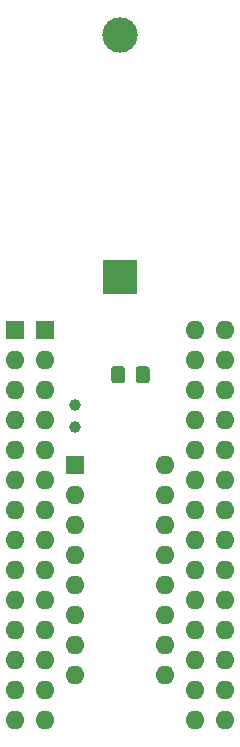
<source format=gts>
%TF.GenerationSoftware,KiCad,Pcbnew,(5.1.9)-1*%
%TF.CreationDate,2021-02-16T22:08:35+08:00*%
%TF.ProjectId,SmartWatchRedux,536d6172-7457-4617-9463-685265647578,rev?*%
%TF.SameCoordinates,Original*%
%TF.FileFunction,Soldermask,Top*%
%TF.FilePolarity,Negative*%
%FSLAX46Y46*%
G04 Gerber Fmt 4.6, Leading zero omitted, Abs format (unit mm)*
G04 Created by KiCad (PCBNEW (5.1.9)-1) date 2021-02-16 22:08:35*
%MOMM*%
%LPD*%
G01*
G04 APERTURE LIST*
%ADD10O,1.600000X1.600000*%
%ADD11R,1.600000X1.600000*%
%ADD12C,1.000000*%
%ADD13R,3.000000X3.000000*%
%ADD14C,3.000000*%
G04 APERTURE END LIST*
D10*
%TO.C,CN1*%
X123190000Y-63500000D03*
X107950000Y-96520000D03*
X123190000Y-66040000D03*
X107950000Y-93980000D03*
X123190000Y-68580000D03*
X107950000Y-91440000D03*
X123190000Y-71120000D03*
X107950000Y-88900000D03*
X123190000Y-73660000D03*
X107950000Y-86360000D03*
X123190000Y-76200000D03*
X107950000Y-83820000D03*
X123190000Y-78740000D03*
X107950000Y-81280000D03*
X123190000Y-81280000D03*
X107950000Y-78740000D03*
X123190000Y-83820000D03*
X107950000Y-76200000D03*
X123190000Y-86360000D03*
X107950000Y-73660000D03*
X123190000Y-88900000D03*
X107950000Y-71120000D03*
X123190000Y-91440000D03*
X107950000Y-68580000D03*
X123190000Y-93980000D03*
X107950000Y-66040000D03*
X123190000Y-96520000D03*
D11*
X107950000Y-63500000D03*
%TD*%
%TO.C,C1*%
G36*
G01*
X117257500Y-66835000D02*
X117257500Y-67785000D01*
G75*
G02*
X117007500Y-68035000I-250000J0D01*
G01*
X116332500Y-68035000D01*
G75*
G02*
X116082500Y-67785000I0J250000D01*
G01*
X116082500Y-66835000D01*
G75*
G02*
X116332500Y-66585000I250000J0D01*
G01*
X117007500Y-66585000D01*
G75*
G02*
X117257500Y-66835000I0J-250000D01*
G01*
G37*
G36*
G01*
X119332500Y-66835000D02*
X119332500Y-67785000D01*
G75*
G02*
X119082500Y-68035000I-250000J0D01*
G01*
X118407500Y-68035000D01*
G75*
G02*
X118157500Y-67785000I0J250000D01*
G01*
X118157500Y-66835000D01*
G75*
G02*
X118407500Y-66585000I250000J0D01*
G01*
X119082500Y-66585000D01*
G75*
G02*
X119332500Y-66835000I0J-250000D01*
G01*
G37*
%TD*%
D12*
%TO.C,Y1*%
X113030000Y-71755000D03*
X113030000Y-69855000D03*
%TD*%
D10*
%TO.C,U1*%
X125730000Y-63500000D03*
X110490000Y-96520000D03*
X125730000Y-66040000D03*
X110490000Y-93980000D03*
X125730000Y-68580000D03*
X110490000Y-91440000D03*
X125730000Y-71120000D03*
X110490000Y-88900000D03*
X125730000Y-73660000D03*
X110490000Y-86360000D03*
X125730000Y-76200000D03*
X110490000Y-83820000D03*
X125730000Y-78740000D03*
X110490000Y-81280000D03*
X125730000Y-81280000D03*
X110490000Y-78740000D03*
X125730000Y-83820000D03*
X110490000Y-76200000D03*
X125730000Y-86360000D03*
X110490000Y-73660000D03*
X125730000Y-88900000D03*
X110490000Y-71120000D03*
X125730000Y-91440000D03*
X110490000Y-68580000D03*
X125730000Y-93980000D03*
X110490000Y-66040000D03*
X125730000Y-96520000D03*
D11*
X110490000Y-63500000D03*
%TD*%
D10*
%TO.C,U2*%
X120650000Y-74930000D03*
X113030000Y-92710000D03*
X120650000Y-77470000D03*
X113030000Y-90170000D03*
X120650000Y-80010000D03*
X113030000Y-87630000D03*
X120650000Y-82550000D03*
X113030000Y-85090000D03*
X120650000Y-85090000D03*
X113030000Y-82550000D03*
X120650000Y-87630000D03*
X113030000Y-80010000D03*
X120650000Y-90170000D03*
X113030000Y-77470000D03*
X120650000Y-92710000D03*
D11*
X113030000Y-74930000D03*
%TD*%
D13*
%TO.C,BAT1*%
X116840000Y-59055000D03*
D14*
X116840000Y-38565000D03*
%TD*%
M02*

</source>
